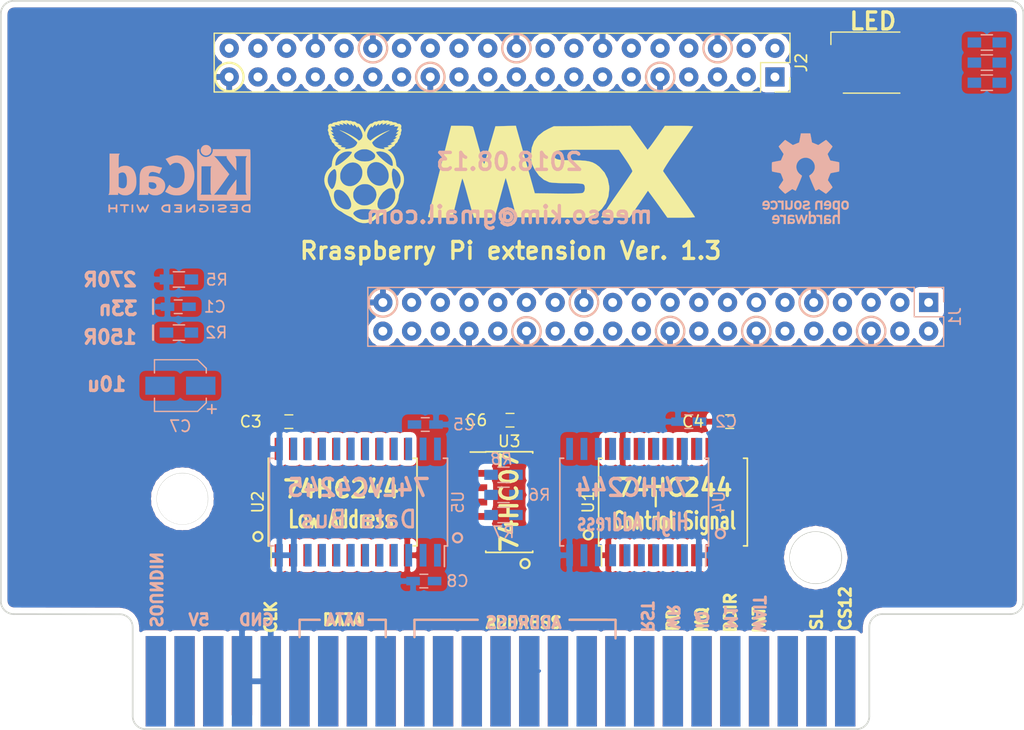
<source format=kicad_pcb>
(kicad_pcb (version 4) (host pcbnew 4.0.7)
  (layers (0 F.Cu mixed hide) (31 B.Cu mixed hide) (34 B.Paste user hide) (35 F.Paste user hide) (36 B.SilkS user) (37 F.SilkS user) (38 B.Mask user hide) (39 F.Mask user hide) (44 Edge.Cuts user))
  (net 0 "")
  (net 1 GND)
  (net 2 +5V)
  (net 3 /RD3)
  (net 4 /RD4)
  (net 5 /RD6)
  (net 6 /RD7)
  (net 7 /RD0)
  (net 8 /RD1)
  (net 9 /RD2)
  (net 10 /RD5)
  (net 11 /WAIT)
  (net 12 /INT)
  (net 13 /BUSDIR)
  (net 14 /IORQ)
  (net 15 /MREQ)
  (net 16 /WR)
  (net 17 /RD)
  (net 18 /RESET)
  (net 19 /A9)
  (net 20 /A15)
  (net 21 /A11)
  (net 22 /A10)
  (net 23 /A7)
  (net 24 /A6)
  (net 25 /A12)
  (net 26 /A8)
  (net 27 /A14)
  (net 28 /A13)
  (net 29 /A1)
  (net 30 /A0)
  (net 31 /A3)
  (net 32 /A2)
  (net 33 /A5)
  (net 34 /A4)
  (net 35 /D1)
  (net 36 /D0)
  (net 37 /D3)
  (net 38 /D2)
  (net 39 /D5)
  (net 40 /D4)
  (net 41 /D7)
  (net 42 /D6)
  (net 43 /CLK)
  (net 44 +3V3)
  (net 45 "Net-(P1-Pad5)")
  (net 46 "Net-(P1-Pad16)")
  (net 47 /RA8)
  (net 48 /RA10)
  (net 49 /RA11)
  (net 50 /RA15)
  (net 51 /RA12)
  (net 52 /RA9)
  (net 53 /RA13)
  (net 54 /RA14)
  (net 55 "Net-(P1-Pad1)")
  (net 56 "Net-(P1-Pad2)")
  (net 57 "Net-(P1-Pad3)")
  (net 58 /SLTSL)
  (net 59 "Net-(P1-Pad6)")
  (net 60 "Net-(P1-Pad44)")
  (net 61 "Net-(P1-Pad48)")
  (net 62 "Net-(P1-Pad50)")
  (net 63 /M1)
  (net 64 /RC17)
  (net 65 /RC18)
  (net 66 /RC27)
  (net 67 /RC23)
  (net 68 /RC24)
  (net 69 /RC25)
  (net 70 /RC19)
  (net 71 /RC16)
  (net 72 /RC26)
  (net 73 /RC20)
  (net 74 /SOUNDIN)
  (net 75 "Net-(D1-Pad4)")
  (net 76 "Net-(D1-Pad5)")
  (net 77 "Net-(D1-Pad6)")
  (net 78 /DAT_EN)
  (net 79 /DAT_DIR)
  (net 80 "Net-(U4-Pad8)")
  (net 81 "Net-(U4-Pad9)")
  (net 82 "Net-(U4-Pad12)")
  (net 83 /RC21)
  (net 84 /ADDR)
  (net 85 "Net-(J2-Pad2)")
  (net 86 "Net-(J2-Pad4)")
  (net 87 "Net-(C6-Pad1)")
  (net 88 /EXTRA)
  (net 89 "Net-(U3-Pad13)")
  (module MSX:card_edge_connector (layer F.Cu) (at 156.21 106.68)
    (fp_text reference P1 hide)
    (fp_text value CONN_02X25)
    (pad "" np_thru_hole circle (at 29.12364 -7.78256) (size 4.5 4.5) (drill 4.5) (layers *.Cu *.Mask F.SilkS) (clearance 0.5))
    (pad 1 connect rect (at 31.73984 3.14744) (size 1.8 8) (layers B.Cu B.Mask) (net 55 "Net-(P1-Pad1)"))
    (pad 2 connect rect (at 31.73984 3.14744) (size 1.8 8) (layers F.Cu F.Mask) (net 56 "Net-(P1-Pad2)"))
    (pad 3 connect rect (at 29.19984 3.14744) (size 1.8 8) (layers B.Cu B.Mask) (net 57 "Net-(P1-Pad3)"))
    (pad 4 connect rect (at 29.19984 3.14744) (size 1.8 8) (layers F.Cu F.Mask) (net 58 /SLTSL))
    (pad 5 connect rect (at 26.65984 3.14744) (size 1.8 8) (layers B.Cu B.Mask) (net 45 "Net-(P1-Pad5)"))
    (pad 6 connect rect (at 26.65984 3.14744) (size 1.8 8) (layers F.Cu F.Mask) (net 59 "Net-(P1-Pad6)"))
    (pad 7 connect rect (at 24.11984 3.14744) (size 1.8 8) (layers B.Cu B.Mask) (net 11 /WAIT))
    (pad 8 connect rect (at 24.11984 3.14744) (size 1.8 8) (layers F.Cu F.Mask) (net 12 /INT))
    (pad 9 connect rect (at 21.57984 3.14744) (size 1.8 8) (layers B.Cu B.Mask) (net 63 /M1))
    (pad 10 connect rect (at 21.57984 3.14744) (size 1.8 8) (layers F.Cu F.Mask) (net 13 /BUSDIR))
    (pad 11 connect rect (at 19.03984 3.14744) (size 1.8 8) (layers B.Cu B.Mask) (net 14 /IORQ))
    (pad 12 connect rect (at 19.03984 3.14744) (size 1.8 8) (layers F.Cu F.Mask) (net 15 /MREQ))
    (pad 13 connect rect (at 16.49984 3.14744) (size 1.8 8) (layers B.Cu B.Mask) (net 16 /WR))
    (pad 14 connect rect (at 16.49984 3.14744) (size 1.8 8) (layers F.Cu F.Mask) (net 17 /RD))
    (pad 15 connect rect (at 13.95984 3.14744) (size 1.8 8) (layers B.Cu B.Mask) (net 18 /RESET))
    (pad 16 connect rect (at 13.95984 3.14744) (size 1.8 8) (layers F.Cu F.Mask) (net 46 "Net-(P1-Pad16)"))
    (pad 17 connect rect (at 11.41984 3.14744) (size 1.8 8) (layers B.Cu B.Mask) (net 19 /A9))
    (pad 18 connect rect (at 11.41984 3.14744) (size 1.8 8) (layers F.Cu F.Mask) (net 20 /A15))
    (pad 19 connect rect (at 8.87984 3.14744) (size 1.8 8) (layers B.Cu B.Mask) (net 21 /A11))
    (pad 20 connect rect (at 8.87984 3.14744) (size 1.8 8) (layers F.Cu F.Mask) (net 22 /A10))
    (pad 21 connect rect (at 6.33984 3.14744) (size 1.8 8) (layers B.Cu B.Mask) (net 23 /A7))
    (pad 22 connect rect (at 6.33984 3.14744) (size 1.8 8) (layers F.Cu F.Mask) (net 24 /A6))
    (pad 23 connect rect (at 3.79984 3.14744) (size 1.8 8) (layers B.Cu B.Mask) (net 25 /A12))
    (pad 24 connect rect (at 3.79984 3.14744) (size 1.8 8) (layers F.Cu F.Mask) (net 26 /A8))
    (pad 25 connect rect (at 1.25984 3.14744) (size 1.8 8) (layers B.Cu B.Mask) (net 27 /A14))
    (pad 26 connect rect (at 1.25984 3.14744) (size 1.8 8) (layers F.Cu F.Mask) (net 28 /A13))
    (pad 27 connect rect (at -1.28016 3.14744) (size 1.8 8) (layers B.Cu B.Mask) (net 29 /A1))
    (pad 28 connect rect (at -1.28016 3.14744) (size 1.8 8) (layers F.Cu F.Mask) (net 30 /A0))
    (pad 29 connect rect (at -3.82016 3.14744) (size 1.8 8) (layers B.Cu B.Mask) (net 31 /A3))
    (pad 30 connect rect (at -3.82016 3.14744) (size 1.8 8) (layers F.Cu F.Mask) (net 32 /A2))
    (pad 31 connect rect (at -6.36016 3.14744) (size 1.8 8) (layers B.Cu B.Mask) (net 33 /A5))
    (pad 32 connect rect (at -6.36016 3.14744) (size 1.8 8) (layers F.Cu F.Mask) (net 34 /A4))
    (pad 33 connect rect (at -8.90016 3.14744) (size 1.8 8) (layers B.Cu B.Mask) (net 35 /D1))
    (pad 34 connect rect (at -8.90016 3.14744) (size 1.8 8) (layers F.Cu F.Mask) (net 36 /D0))
    (pad 35 connect rect (at -11.44016 3.14744) (size 1.8 8) (layers B.Cu B.Mask) (net 37 /D3))
    (pad 36 connect rect (at -11.44016 3.14744) (size 1.8 8) (layers F.Cu F.Mask) (net 38 /D2))
    (pad 37 connect rect (at -13.98016 3.14744) (size 1.8 8) (layers B.Cu B.Mask) (net 39 /D5))
    (pad 38 connect rect (at -13.98016 3.14744) (size 1.8 8) (layers F.Cu F.Mask) (net 40 /D4))
    (pad 39 connect rect (at -16.52016 3.14744) (size 1.8 8) (layers B.Cu B.Mask) (net 41 /D7))
    (pad 40 connect rect (at -16.52016 3.14744) (size 1.8 8) (layers F.Cu F.Mask) (net 42 /D6))
    (pad 41 connect rect (at -19.06016 3.14744) (size 1.8 8) (layers B.Cu B.Mask) (net 1 GND))
    (pad 42 connect rect (at -19.06016 3.14744) (size 1.8 8) (layers F.Cu F.Mask) (net 43 /CLK))
    (pad 43 connect rect (at -21.60016 3.14744) (size 1.8 8) (layers B.Cu B.Mask) (net 1 GND))
    (pad 44 connect rect (at -21.60524 2.65468) (size 1.8 7) (layers F.Cu F.Mask) (net 60 "Net-(P1-Pad44)"))
    (pad 45 connect rect (at -24.14016 3.14744) (size 1.8 8) (layers B.Cu B.Mask) (net 2 +5V))
    (pad 46 connect rect (at -24.14016 3.14744) (size 1.8 8) (layers F.Cu F.Mask) (net 60 "Net-(P1-Pad44)"))
    (pad 47 connect rect (at -26.68016 3.14744) (size 1.8 8) (layers B.Cu B.Mask) (net 2 +5V))
    (pad 48 connect rect (at -26.68016 3.14744) (size 1.8 8) (layers F.Cu F.Mask) (net 61 "Net-(P1-Pad48)"))
    (pad 49 connect rect (at -29.22016 3.14744) (size 1.8 8) (layers B.Cu B.Mask) (net 74 /SOUNDIN))
    (pad 50 connect rect (at -29.22016 3.14744) (size 1.8 8) (layers F.Cu F.Mask) (net 62 "Net-(P1-Pad50)"))
    (pad "" np_thru_hole circle (at -26.87574 -12.98448) (size 4.5 4.5) (drill 4.5) (layers *.Cu *.Mask F.SilkS) (clearance 0.5))
  )
  (module Socket_Strips:Socket_Strip_Straight_2x20_Pitch2.54mm (layer F.Cu) (at 181.737 56.388 270)
    (fp_text reference J2 (at -1.27 -2.33 270) (layer F.SilkS))
    (fp_text value RPi_GPIO)
    (pad 1 thru_hole rect (at 0 0 270) (size 1.7 1.7) (drill 0.78) (layers *.Cu *.Mask) (net 44 +3V3))
    (pad 2 thru_hole oval (at -2.54 0 270) (size 1.7 1.7) (drill 0.78) (layers *.Cu *.Mask) (net 85 "Net-(J2-Pad2)"))
    (pad 3 thru_hole oval (at 0 2.54 270) (size 1.7 1.7) (drill 0.78) (layers *.Cu *.Mask) (net 9 /RD2))
    (pad 4 thru_hole oval (at -2.54 2.54 270) (size 1.7 1.7) (drill 0.78) (layers *.Cu *.Mask) (net 86 "Net-(J2-Pad4)"))
    (pad 5 thru_hole oval (at 0 5.08 270) (size 1.7 1.7) (drill 0.78) (layers *.Cu *.Mask) (net 3 /RD3))
    (pad 6 thru_hole oval (at -2.54 5.08 270) (size 1.7 1.7) (drill 0.78) (layers *.Cu *.Mask) (net 1 GND))
    (pad 7 thru_hole oval (at 0 7.62 270) (size 1.7 1.7) (drill 0.78) (layers *.Cu *.Mask) (net 4 /RD4))
    (pad 8 thru_hole oval (at -2.54 7.62 270) (size 1.7 1.7) (drill 0.78) (layers *.Cu *.Mask) (net 54 /RA14))
    (pad 9 thru_hole oval (at 0 10.16 270) (size 1.7 1.7) (drill 0.78) (layers *.Cu *.Mask) (net 1 GND))
    (pad 10 thru_hole oval (at -2.54 10.16 270) (size 1.7 1.7) (drill 0.78) (layers *.Cu *.Mask) (net 50 /RA15))
    (pad 11 thru_hole oval (at 0 12.7 270) (size 1.7 1.7) (drill 0.78) (layers *.Cu *.Mask) (net 64 /RC17))
    (pad 12 thru_hole oval (at -2.54 12.7 270) (size 1.7 1.7) (drill 0.78) (layers *.Cu *.Mask) (net 65 /RC18))
    (pad 13 thru_hole oval (at 0 15.24 270) (size 1.7 1.7) (drill 0.78) (layers *.Cu *.Mask) (net 66 /RC27))
    (pad 14 thru_hole oval (at -2.54 15.24 270) (size 1.7 1.7) (drill 0.78) (layers *.Cu *.Mask) (net 1 GND))
    (pad 15 thru_hole oval (at 0 17.78 270) (size 1.7 1.7) (drill 0.78) (layers *.Cu *.Mask) (net 84 /ADDR))
    (pad 16 thru_hole oval (at -2.54 17.78 270) (size 1.7 1.7) (drill 0.78) (layers *.Cu *.Mask) (net 67 /RC23))
    (pad 17 thru_hole oval (at 0 20.32 270) (size 1.7 1.7) (drill 0.78) (layers *.Cu *.Mask) (net 44 +3V3))
    (pad 18 thru_hole oval (at -2.54 20.32 270) (size 1.7 1.7) (drill 0.78) (layers *.Cu *.Mask) (net 68 /RC24))
    (pad 19 thru_hole oval (at 0 22.86 270) (size 1.7 1.7) (drill 0.78) (layers *.Cu *.Mask) (net 48 /RA10))
    (pad 20 thru_hole oval (at -2.54 22.86 270) (size 1.7 1.7) (drill 0.78) (layers *.Cu *.Mask) (net 1 GND))
    (pad 21 thru_hole oval (at 0 25.4 270) (size 1.7 1.7) (drill 0.78) (layers *.Cu *.Mask) (net 52 /RA9))
    (pad 22 thru_hole oval (at -2.54 25.4 270) (size 1.7 1.7) (drill 0.78) (layers *.Cu *.Mask) (net 69 /RC25))
    (pad 23 thru_hole oval (at 0 27.94 270) (size 1.7 1.7) (drill 0.78) (layers *.Cu *.Mask) (net 49 /RA11))
    (pad 24 thru_hole oval (at -2.54 27.94 270) (size 1.7 1.7) (drill 0.78) (layers *.Cu *.Mask) (net 47 /RA8))
    (pad 25 thru_hole oval (at 0 30.48 270) (size 1.7 1.7) (drill 0.78) (layers *.Cu *.Mask) (net 1 GND))
    (pad 26 thru_hole oval (at -2.54 30.48 270) (size 1.7 1.7) (drill 0.78) (layers *.Cu *.Mask) (net 6 /RD7))
    (pad 27 thru_hole oval (at 0 33.02 270) (size 1.7 1.7) (drill 0.78) (layers *.Cu *.Mask) (net 7 /RD0))
    (pad 28 thru_hole oval (at -2.54 33.02 270) (size 1.7 1.7) (drill 0.78) (layers *.Cu *.Mask) (net 8 /RD1))
    (pad 29 thru_hole oval (at 0 35.56 270) (size 1.7 1.7) (drill 0.78) (layers *.Cu *.Mask) (net 10 /RD5))
    (pad 30 thru_hole oval (at -2.54 35.56 270) (size 1.7 1.7) (drill 0.78) (layers *.Cu *.Mask) (net 1 GND))
    (pad 31 thru_hole oval (at 0 38.1 270) (size 1.7 1.7) (drill 0.78) (layers *.Cu *.Mask) (net 5 /RD6))
    (pad 32 thru_hole oval (at -2.54 38.1 270) (size 1.7 1.7) (drill 0.78) (layers *.Cu *.Mask) (net 51 /RA12))
    (pad 33 thru_hole oval (at 0 40.64 270) (size 1.7 1.7) (drill 0.78) (layers *.Cu *.Mask) (net 53 /RA13))
    (pad 34 thru_hole oval (at -2.54 40.64 270) (size 1.7 1.7) (drill 0.78) (layers *.Cu *.Mask) (net 1 GND))
    (pad 35 thru_hole oval (at 0 43.18 270) (size 1.7 1.7) (drill 0.78) (layers *.Cu *.Mask) (net 70 /RC19))
    (pad 36 thru_hole oval (at -2.54 43.18 270) (size 1.7 1.7) (drill 0.78) (layers *.Cu *.Mask) (net 71 /RC16))
    (pad 37 thru_hole oval (at 0 45.72 270) (size 1.7 1.7) (drill 0.78) (layers *.Cu *.Mask) (net 72 /RC26))
    (pad 38 thru_hole oval (at -2.54 45.72 270) (size 1.7 1.7) (drill 0.78) (layers *.Cu *.Mask) (net 73 /RC20))
    (pad 39 thru_hole oval (at 0 48.26 270) (size 1.7 1.7) (drill 0.78) (layers *.Cu *.Mask) (net 1 GND))
    (pad 40 thru_hole oval (at -2.54 48.26 270) (size 1.7 1.7) (drill 0.78) (layers *.Cu *.Mask) (net 83 /RC21))
  )
  (module Socket_Strips:Socket_Strip_Straight_2x20_Pitch2.54mm (layer B.Cu) (at 195.326 76.327 90)
    (fp_text reference J1 (at -1.27 2.33 90) (layer B.SilkS) (effects (justify mirror)))
    (fp_text value RPi_GPIO)
    (pad 1 thru_hole rect (at 0 0 90) (size 1.7 1.7) (drill 0.78) (layers *.Cu *.Mask) (net 44 +3V3))
    (pad 2 thru_hole oval (at -2.54 0 90) (size 1.7 1.7) (drill 0.78) (layers *.Cu *.Mask) (net 2 +5V))
    (pad 3 thru_hole oval (at 0 -2.54 90) (size 1.7 1.7) (drill 0.78) (layers *.Cu *.Mask) (net 9 /RD2))
    (pad 4 thru_hole oval (at -2.54 -2.54 90) (size 1.7 1.7) (drill 0.78) (layers *.Cu *.Mask) (net 2 +5V))
    (pad 5 thru_hole oval (at 0 -5.08 90) (size 1.7 1.7) (drill 0.78) (layers *.Cu *.Mask) (net 3 /RD3))
    (pad 6 thru_hole oval (at -2.54 -5.08 90) (size 1.7 1.7) (drill 0.78) (layers *.Cu *.Mask) (net 1 GND))
    (pad 7 thru_hole oval (at 0 -7.62 90) (size 1.7 1.7) (drill 0.78) (layers *.Cu *.Mask) (net 4 /RD4))
    (pad 8 thru_hole oval (at -2.54 -7.62 90) (size 1.7 1.7) (drill 0.78) (layers *.Cu *.Mask) (net 54 /RA14))
    (pad 9 thru_hole oval (at 0 -10.16 90) (size 1.7 1.7) (drill 0.78) (layers *.Cu *.Mask) (net 1 GND))
    (pad 10 thru_hole oval (at -2.54 -10.16 90) (size 1.7 1.7) (drill 0.78) (layers *.Cu *.Mask) (net 50 /RA15))
    (pad 11 thru_hole oval (at 0 -12.7 90) (size 1.7 1.7) (drill 0.78) (layers *.Cu *.Mask) (net 64 /RC17))
    (pad 12 thru_hole oval (at -2.54 -12.7 90) (size 1.7 1.7) (drill 0.78) (layers *.Cu *.Mask) (net 65 /RC18))
    (pad 13 thru_hole oval (at 0 -15.24 90) (size 1.7 1.7) (drill 0.9) (layers *.Cu *.Mask) (net 66 /RC27))
    (pad 14 thru_hole oval (at -2.54 -15.24 90) (size 1.7 1.7) (drill 0.78) (layers *.Cu *.Mask) (net 1 GND))
    (pad 15 thru_hole oval (at 0 -17.78 90) (size 1.7 1.7) (drill 0.78) (layers *.Cu *.Mask) (net 84 /ADDR))
    (pad 16 thru_hole oval (at -2.54 -17.78 90) (size 1.7 1.7) (drill 0.78) (layers *.Cu *.Mask) (net 67 /RC23))
    (pad 17 thru_hole oval (at 0 -20.32 90) (size 1.7 1.7) (drill 0.78) (layers *.Cu *.Mask) (net 44 +3V3))
    (pad 18 thru_hole oval (at -2.54 -20.32 90) (size 1.7 1.7) (drill 0.78) (layers *.Cu *.Mask) (net 68 /RC24))
    (pad 19 thru_hole oval (at 0 -22.86 90) (size 1.7 1.7) (drill 0.78) (layers *.Cu *.Mask) (net 48 /RA10))
    (pad 20 thru_hole oval (at -2.54 -22.86 90) (size 1.7 1.7) (drill 0.78) (layers *.Cu *.Mask) (net 1 GND))
    (pad 21 thru_hole oval (at 0 -25.4 90) (size 1.7 1.7) (drill 0.78) (layers *.Cu *.Mask) (net 52 /RA9))
    (pad 22 thru_hole oval (at -2.54 -25.4 90) (size 1.7 1.7) (drill 0.78) (layers *.Cu *.Mask) (net 69 /RC25))
    (pad 23 thru_hole oval (at 0 -27.94 90) (size 1.7 1.7) (drill 0.78) (layers *.Cu *.Mask) (net 49 /RA11))
    (pad 24 thru_hole oval (at -2.54 -27.94 90) (size 1.7 1.7) (drill 0.78) (layers *.Cu *.Mask) (net 47 /RA8))
    (pad 25 thru_hole oval (at 0 -30.48 90) (size 1.7 1.7) (drill 0.78) (layers *.Cu *.Mask) (net 1 GND))
    (pad 26 thru_hole oval (at -2.54 -30.48 90) (size 1.7 1.7) (drill 0.78) (layers *.Cu *.Mask) (net 6 /RD7))
    (pad 27 thru_hole oval (at 0 -33.02 90) (size 1.7 1.7) (drill 0.78) (layers *.Cu *.Mask) (net 7 /RD0))
    (pad 28 thru_hole oval (at -2.54 -33.02 90) (size 1.7 1.7) (drill 0.78) (layers *.Cu *.Mask) (net 8 /RD1))
    (pad 29 thru_hole oval (at 0 -35.56 90) (size 1.7 1.7) (drill 0.78) (layers *.Cu *.Mask) (net 10 /RD5))
    (pad 30 thru_hole oval (at -2.54 -35.56 90) (size 1.7 1.7) (drill 0.78) (layers *.Cu *.Mask) (net 1 GND))
    (pad 31 thru_hole oval (at 0 -38.1 90) (size 1.7 1.7) (drill 0.78) (layers *.Cu *.Mask) (net 5 /RD6))
    (pad 32 thru_hole oval (at -2.54 -38.1 90) (size 1.7 1.7) (drill 0.78) (layers *.Cu *.Mask) (net 51 /RA12))
    (pad 33 thru_hole oval (at 0 -40.64 90) (size 1.7 1.7) (drill 0.78) (layers *.Cu *.Mask) (net 53 /RA13))
    (pad 34 thru_hole oval (at -2.54 -40.64 90) (size 1.7 1.7) (drill 0.78) (layers *.Cu *.Mask) (net 1 GND))
    (pad 35 thru_hole oval (at 0 -43.18 90) (size 1.7 1.7) (drill 0.78) (layers *.Cu *.Mask) (net 70 /RC19))
    (pad 36 thru_hole oval (at -2.54 -43.18 90) (size 1.7 1.7) (drill 0.78) (layers *.Cu *.Mask) (net 71 /RC16))
    (pad 37 thru_hole oval (at 0 -45.72 90) (size 1.7 1.7) (drill 0.78) (layers *.Cu *.Mask) (net 72 /RC26))
    (pad 38 thru_hole oval (at -2.54 -45.72 90) (size 1.7 1.7) (drill 0.78) (layers *.Cu *.Mask) (net 73 /RC20))
    (pad 39 thru_hole oval (at 0 -48.26 90) (size 1.7 1.7) (drill 0.78) (layers *.Cu *.Mask) (net 1 GND))
    (pad 40 thru_hole oval (at -2.54 -48.26 90) (size 1.7 1.7) (drill 0.78) (layers *.Cu *.Mask) (net 83 /RC21))
  )
  (module MSX:msx-logo (layer F.Cu) (at 162.814 64.77)
    (fp_text reference G*** hide)
    (fp_text value LOGO hide)
  )
  (module Resistors_SMD:R_0603_HandSoldering (layer B.Cu) (at 200.474 53.34 180)
    (fp_text reference R1 hide)
    (fp_text value R hide)
    (pad 1 smd rect (at -1.1 0 180) (size 1.2 0.9) (layers B.Cu B.Paste B.Mask) (net 77 "Net-(D1-Pad6)"))
    (pad 2 smd rect (at 1.1 0 180) (size 1.2 0.9) (layers B.Cu B.Paste B.Mask) (net 44 +3V3))
  )
  (module Resistors_SMD:R_0603_HandSoldering (layer B.Cu) (at 129.032 78.994 180)
    (fp_text reference R2 (at -3.302 0 180) (layer B.SilkS) (effects (justify mirror)))
    (fp_text value R)
    (pad 1 smd rect (at -1.1 0 180) (size 1.2 0.9) (layers B.Cu B.Paste B.Mask) (net 76 "Net-(D1-Pad5)"))
    (pad 2 smd rect (at 1.1 0 180) (size 1.2 0.9) (layers B.Cu B.Paste B.Mask) (net 44 +3V3))
  )
  (module Capacitors_SMD:C_0603_HandSoldering (layer F.Cu) (at 138.75 86.868)
    (fp_text reference C3 (at -3.368 0) (layer F.SilkS))
    (fp_text value C)
    (pad 1 smd rect (at -0.95 0) (size 1.2 0.75) (layers F.Cu F.Paste F.Mask) (net 44 +3V3))
    (pad 2 smd rect (at 0.95 0) (size 1.2 0.75) (layers F.Cu F.Paste F.Mask) (net 1 GND))
  )
  (module Capacitors_SMD:C_0603_HandSoldering (layer F.Cu) (at 177.734 86.868 180)
    (fp_text reference C4 (at 3.236 0 180) (layer F.SilkS))
    (fp_text value C)
    (pad 1 smd rect (at -0.95 0 180) (size 1.2 0.75) (layers F.Cu F.Paste F.Mask) (net 44 +3V3))
    (pad 2 smd rect (at 0.95 0 180) (size 1.2 0.75) (layers F.Cu F.Paste F.Mask) (net 1 GND))
  )
  (module Capacitors_SMD:C_0603_HandSoldering (layer B.Cu) (at 150.815 87.122)
    (fp_text reference C5 (at 3.429 0) (layer B.SilkS) (effects (justify mirror)))
    (fp_text value C)
    (pad 1 smd rect (at -0.95 0) (size 1.2 0.75) (layers B.Cu B.Paste B.Mask) (net 44 +3V3))
    (pad 2 smd rect (at 0.95 0) (size 1.2 0.75) (layers B.Cu B.Paste B.Mask) (net 1 GND))
  )
  (module Capacitors_SMD:C_0603_HandSoldering (layer F.Cu) (at 158.308 86.741 180)
    (fp_text reference C6 (at 2.987 0 180) (layer F.SilkS))
    (fp_text value C)
    (pad 1 smd rect (at -0.95 0 180) (size 1.2 0.75) (layers F.Cu F.Paste F.Mask) (net 87 "Net-(C6-Pad1)"))
    (pad 2 smd rect (at 0.95 0 180) (size 1.2 0.75) (layers F.Cu F.Paste F.Mask) (net 1 GND))
  )
  (module LEDs:LED_RGB_5050-6 (layer F.Cu) (at 190.284 55.118)
    (fp_text reference D1 hide)
    (fp_text value LED_RGB)
    (pad 1 smd rect (at -2.4 -1.7 90) (size 1.1 2) (layers F.Cu F.Paste F.Mask) (net 78 /DAT_EN))
    (pad 2 smd rect (at -2.4 0 90) (size 1.1 2) (layers F.Cu F.Paste F.Mask) (net 58 /SLTSL))
    (pad 3 smd rect (at -2.4 1.7 90) (size 1.1 2) (layers F.Cu F.Paste F.Mask) (net 79 /DAT_DIR))
    (pad 4 smd rect (at 2.4 1.7 90) (size 1.1 2) (layers F.Cu F.Paste F.Mask) (net 75 "Net-(D1-Pad4)"))
    (pad 5 smd rect (at 2.4 0 90) (size 1.1 2) (layers F.Cu F.Paste F.Mask) (net 76 "Net-(D1-Pad5)"))
    (pad 6 smd rect (at 2.4 -1.7 90) (size 1.1 2) (layers F.Cu F.Paste F.Mask) (net 77 "Net-(D1-Pad6)"))
  )
  (module Resistors_SMD:R_0603_HandSoldering (layer B.Cu) (at 200.474 55.118 180)
    (fp_text reference R3 hide)
    (fp_text value R hide)
    (pad 1 smd rect (at -1.1 0 180) (size 1.2 0.9) (layers B.Cu B.Paste B.Mask) (net 75 "Net-(D1-Pad4)"))
    (pad 2 smd rect (at 1.1 0 180) (size 1.2 0.9) (layers B.Cu B.Paste B.Mask) (net 44 +3V3))
  )
  (module Resistors_SMD:R_0603_HandSoldering (layer B.Cu) (at 200.474 56.896 180)
    (fp_text reference R4 hide)
    (fp_text value R)
    (pad 1 smd rect (at -1.1 0 180) (size 1.2 0.9) (layers B.Cu B.Paste B.Mask) (net 65 /RC18))
    (pad 2 smd rect (at 1.1 0 180) (size 1.2 0.9) (layers B.Cu B.Paste B.Mask) (net 87 "Net-(C6-Pad1)"))
  )
  (module Resistors_SMD:R_0603_HandSoldering (layer B.Cu) (at 129.032 74.295 180)
    (fp_text reference R5 (at -3.3528 -0.0254 180) (layer B.SilkS) (effects (justify mirror)))
    (fp_text value R)
    (pad 1 smd rect (at -1.1 0 180) (size 1.2 0.9) (layers B.Cu B.Paste B.Mask) (net 87 "Net-(C6-Pad1)"))
    (pad 2 smd rect (at 1.1 0 180) (size 1.2 0.9) (layers B.Cu B.Paste B.Mask) (net 1 GND))
  )
  (module msx:raspberry_pi_logo (layer F.Cu) (at 145.415 64.77)
    (fp_text reference G1 hide)
    (fp_text value LOGO hide)
  )
  (module Symbols:KiCad-Logo2_6mm_SilkScreen (layer B.Cu) (at 129.0828 65.3796 180)
    (fp_text reference REF3 hide)
    (fp_text value KiCad-Logo2_6mm_SilkScreen hide)
  )
  (module Symbols:OSHW-Logo_7.5x8mm_SilkScreen (layer B.Cu) (at 184.4548 65.3796 180)
    (fp_text reference REF2 hide)
    (fp_text value OSHW-Logo_7.5x8mm_SilkScreen hide)
  )
  (module Housings_SOIC:SOIC-20W_7.5x12.8mm_Pitch1.27mm (layer B.Cu) (at 169.291 93.98 90)
    (fp_text reference U4 (at 0 7.5 90) (layer B.SilkS) (effects (justify mirror)))
    (fp_text value 74HC244)
    (pad 1 smd rect (at -4.7 5.715 90) (size 1.95 0.6) (layers B.Cu B.Paste B.Mask) (net 1 GND))
    (pad 2 smd rect (at -4.7 4.445 90) (size 1.95 0.6) (layers B.Cu B.Paste B.Mask) (net 18 /RESET))
    (pad 3 smd rect (at -4.7 3.175 90) (size 1.95 0.6) (layers B.Cu B.Paste B.Mask) (net 70 /RC19))
    (pad 4 smd rect (at -4.7 1.905 90) (size 1.95 0.6) (layers B.Cu B.Paste B.Mask) (net 16 /WR))
    (pad 5 smd rect (at -4.7 0.635 90) (size 1.95 0.6) (layers B.Cu B.Paste B.Mask) (net 72 /RC26))
    (pad 6 smd rect (at -4.7 -0.635 90) (size 1.95 0.6) (layers B.Cu B.Paste B.Mask) (net 17 /RD))
    (pad 7 smd rect (at -4.7 -1.905 90) (size 1.95 0.6) (layers B.Cu B.Paste B.Mask) (net 64 /RC17))
    (pad 8 smd rect (at -4.7 -3.175 90) (size 1.95 0.6) (layers B.Cu B.Paste B.Mask) (net 80 "Net-(U4-Pad8)"))
    (pad 9 smd rect (at -4.7 -4.445 90) (size 1.95 0.6) (layers B.Cu B.Paste B.Mask) (net 81 "Net-(U4-Pad9)"))
    (pad 10 smd rect (at -4.7 -5.715 90) (size 1.95 0.6) (layers B.Cu B.Paste B.Mask) (net 1 GND))
    (pad 11 smd rect (at 4.7 -5.715 90) (size 1.95 0.6) (layers B.Cu B.Paste B.Mask) (net 63 /M1))
    (pad 12 smd rect (at 4.7 -4.445 90) (size 1.95 0.6) (layers B.Cu B.Paste B.Mask) (net 82 "Net-(U4-Pad12)"))
    (pad 13 smd rect (at 4.7 -3.175 90) (size 1.95 0.6) (layers B.Cu B.Paste B.Mask) (net 58 /SLTSL))
    (pad 14 smd rect (at 4.7 -1.905 90) (size 1.95 0.6) (layers B.Cu B.Paste B.Mask) (net 73 /RC20))
    (pad 15 smd rect (at 4.7 -0.635 90) (size 1.95 0.6) (layers B.Cu B.Paste B.Mask) (net 15 /MREQ))
    (pad 16 smd rect (at 4.7 0.635 90) (size 1.95 0.6) (layers B.Cu B.Paste B.Mask) (net 66 /RC27))
    (pad 17 smd rect (at 4.7 1.905 90) (size 1.95 0.6) (layers B.Cu B.Paste B.Mask) (net 14 /IORQ))
    (pad 18 smd rect (at 4.7 3.175 90) (size 1.95 0.6) (layers B.Cu B.Paste B.Mask) (net 71 /RC16))
    (pad 19 smd rect (at 4.7 4.445 90) (size 1.95 0.6) (layers B.Cu B.Paste B.Mask) (net 1 GND))
    (pad 20 smd rect (at 4.7 5.715 90) (size 1.95 0.6) (layers B.Cu B.Paste B.Mask) (net 44 +3V3))
  )
  (module Resistors_SMD:R_0603_HandSoldering (layer B.Cu) (at 157.734 95.123 180)
    (fp_text reference R6 (at -3.175 1.778 180) (layer B.SilkS) (effects (justify mirror)))
    (fp_text value R)
    (pad 1 smd rect (at -1.1 0 180) (size 1.2 0.9) (layers B.Cu B.Paste B.Mask) (net 44 +3V3))
    (pad 2 smd rect (at 1.1 0 180) (size 1.2 0.9) (layers B.Cu B.Paste B.Mask) (net 78 /DAT_EN))
  )
  (module Resistors_SMD:R_0603_HandSoldering (layer B.Cu) (at 157.734 93.345)
    (fp_text reference R7 (at 0 3.302) (layer B.SilkS) (effects (justify mirror)))
    (fp_text value R)
    (pad 1 smd rect (at -1.1 0) (size 1.2 0.9) (layers B.Cu B.Paste B.Mask) (net 44 +3V3))
    (pad 2 smd rect (at 1.1 0) (size 1.2 0.9) (layers B.Cu B.Paste B.Mask) (net 79 /DAT_DIR))
  )
  (module Housings_SOIC:SOIC-24W_7.5x15.4mm_Pitch1.27mm (layer B.Cu) (at 144.907 93.981 90)
    (fp_text reference U5 (at 0 8.8 90) (layer B.SilkS) (effects (justify mirror)))
    (fp_text value LVC4245)
    (pad 1 smd rect (at -4.7 6.985 90) (size 2 0.6) (layers B.Cu B.Paste B.Mask) (net 2 +5V))
    (pad 2 smd rect (at -4.7 5.715 90) (size 2 0.6) (layers B.Cu B.Paste B.Mask) (net 79 /DAT_DIR))
    (pad 3 smd rect (at -4.7 4.445 90) (size 2 0.6) (layers B.Cu B.Paste B.Mask) (net 35 /D1))
    (pad 4 smd rect (at -4.7 3.175 90) (size 2 0.6) (layers B.Cu B.Paste B.Mask) (net 36 /D0))
    (pad 5 smd rect (at -4.7 1.905 90) (size 2 0.6) (layers B.Cu B.Paste B.Mask) (net 37 /D3))
    (pad 6 smd rect (at -4.7 0.635 90) (size 2 0.6) (layers B.Cu B.Paste B.Mask) (net 38 /D2))
    (pad 7 smd rect (at -4.7 -0.635 90) (size 2 0.6) (layers B.Cu B.Paste B.Mask) (net 39 /D5))
    (pad 8 smd rect (at -4.7 -1.905 90) (size 2 0.6) (layers B.Cu B.Paste B.Mask) (net 40 /D4))
    (pad 9 smd rect (at -4.7 -3.175 90) (size 2 0.6) (layers B.Cu B.Paste B.Mask) (net 41 /D7))
    (pad 10 smd rect (at -4.7 -4.445 90) (size 2 0.6) (layers B.Cu B.Paste B.Mask) (net 42 /D6))
    (pad 11 smd rect (at -4.7 -5.715 90) (size 2 0.6) (layers B.Cu B.Paste B.Mask) (net 1 GND))
    (pad 12 smd rect (at -4.7 -6.985 90) (size 2 0.6) (layers B.Cu B.Paste B.Mask) (net 1 GND))
    (pad 13 smd rect (at 4.7 -6.985 90) (size 2 0.6) (layers B.Cu B.Paste B.Mask) (net 1 GND))
    (pad 14 smd rect (at 4.7 -5.715 90) (size 2 0.6) (layers B.Cu B.Paste B.Mask) (net 5 /RD6))
    (pad 15 smd rect (at 4.7 -4.445 90) (size 2 0.6) (layers B.Cu B.Paste B.Mask) (net 6 /RD7))
    (pad 16 smd rect (at 4.7 -3.175 90) (size 2 0.6) (layers B.Cu B.Paste B.Mask) (net 4 /RD4))
    (pad 17 smd rect (at 4.7 -1.905 90) (size 2 0.6) (layers B.Cu B.Paste B.Mask) (net 10 /RD5))
    (pad 18 smd rect (at 4.7 -0.635 90) (size 2 0.6) (layers B.Cu B.Paste B.Mask) (net 9 /RD2))
    (pad 19 smd rect (at 4.7 0.635 90) (size 2 0.6) (layers B.Cu B.Paste B.Mask) (net 3 /RD3))
    (pad 20 smd rect (at 4.7 1.905 90) (size 2 0.6) (layers B.Cu B.Paste B.Mask) (net 7 /RD0))
    (pad 21 smd rect (at 4.7 3.175 90) (size 2 0.6) (layers B.Cu B.Paste B.Mask) (net 8 /RD1))
    (pad 22 smd rect (at 4.7 4.445 90) (size 2 0.6) (layers B.Cu B.Paste B.Mask) (net 78 /DAT_EN))
    (pad 23 smd rect (at 4.7 5.715 90) (size 2 0.6) (layers B.Cu B.Paste B.Mask) (net 44 +3V3))
    (pad 24 smd rect (at 4.7 6.985 90) (size 2 0.6) (layers B.Cu B.Paste B.Mask) (net 44 +3V3))
  )
  (module Housings_SOIC:SOIC-20W_7.5x12.8mm_Pitch1.27mm (layer F.Cu) (at 143.51 93.98 90)
    (fp_text reference U2 (at 0 -7.5 90) (layer F.SilkS))
    (fp_text value 74HC244)
    (pad 1 smd rect (at -4.7 -5.715 90) (size 1.95 0.6) (layers F.Cu F.Paste F.Mask) (net 84 /ADDR))
    (pad 2 smd rect (at -4.7 -4.445 90) (size 1.95 0.6) (layers F.Cu F.Paste F.Mask) (net 24 /A6))
    (pad 3 smd rect (at -4.7 -3.175 90) (size 1.95 0.6) (layers F.Cu F.Paste F.Mask) (net 9 /RD2))
    (pad 4 smd rect (at -4.7 -1.905 90) (size 1.95 0.6) (layers F.Cu F.Paste F.Mask) (net 23 /A7))
    (pad 5 smd rect (at -4.7 -0.635 90) (size 1.95 0.6) (layers F.Cu F.Paste F.Mask) (net 3 /RD3))
    (pad 6 smd rect (at -4.7 0.635 90) (size 1.95 0.6) (layers F.Cu F.Paste F.Mask) (net 34 /A4))
    (pad 7 smd rect (at -4.7 1.905 90) (size 1.95 0.6) (layers F.Cu F.Paste F.Mask) (net 7 /RD0))
    (pad 8 smd rect (at -4.7 3.175 90) (size 1.95 0.6) (layers F.Cu F.Paste F.Mask) (net 33 /A5))
    (pad 9 smd rect (at -4.7 4.445 90) (size 1.95 0.6) (layers F.Cu F.Paste F.Mask) (net 8 /RD1))
    (pad 10 smd rect (at -4.7 5.715 90) (size 1.95 0.6) (layers F.Cu F.Paste F.Mask) (net 1 GND))
    (pad 11 smd rect (at 4.7 5.715 90) (size 1.95 0.6) (layers F.Cu F.Paste F.Mask) (net 29 /A1))
    (pad 12 smd rect (at 4.7 4.445 90) (size 1.95 0.6) (layers F.Cu F.Paste F.Mask) (net 10 /RD5))
    (pad 13 smd rect (at 4.7 3.175 90) (size 1.95 0.6) (layers F.Cu F.Paste F.Mask) (net 30 /A0))
    (pad 14 smd rect (at 4.7 1.905 90) (size 1.95 0.6) (layers F.Cu F.Paste F.Mask) (net 4 /RD4))
    (pad 15 smd rect (at 4.7 0.635 90) (size 1.95 0.6) (layers F.Cu F.Paste F.Mask) (net 31 /A3))
    (pad 16 smd rect (at 4.7 -0.635 90) (size 1.95 0.6) (layers F.Cu F.Paste F.Mask) (net 6 /RD7))
    (pad 17 smd rect (at 4.7 -1.905 90) (size 1.95 0.6) (layers F.Cu F.Paste F.Mask) (net 32 /A2))
    (pad 18 smd rect (at 4.7 -3.175 90) (size 1.95 0.6) (layers F.Cu F.Paste F.Mask) (net 5 /RD6))
    (pad 19 smd rect (at 4.7 -4.445 90) (size 1.95 0.6) (layers F.Cu F.Paste F.Mask) (net 84 /ADDR))
    (pad 20 smd rect (at 4.7 -5.715 90) (size 1.95 0.6) (layers F.Cu F.Paste F.Mask) (net 44 +3V3))
  )
  (module Housings_SOIC:SOIC-14_3.9x8.7mm_Pitch1.27mm (layer F.Cu) (at 158.242 93.98)
    (fp_text reference U3 (at 0 -5.375) (layer F.SilkS))
    (fp_text value 74LS07)
    (pad 1 smd rect (at -2.7 -3.81) (size 1.5 0.6) (layers F.Cu F.Paste F.Mask) (net 67 /RC23))
    (pad 2 smd rect (at -2.7 -2.54) (size 1.5 0.6) (layers F.Cu F.Paste F.Mask) (net 12 /INT))
    (pad 3 smd rect (at -2.7 -1.27) (size 1.5 0.6) (layers F.Cu F.Paste F.Mask) (net 83 /RC21))
    (pad 4 smd rect (at -2.7 0) (size 1.5 0.6) (layers F.Cu F.Paste F.Mask) (net 13 /BUSDIR))
    (pad 5 smd rect (at -2.7 1.27) (size 1.5 0.6) (layers F.Cu F.Paste F.Mask) (net 84 /ADDR))
    (pad 6 smd rect (at -2.7 2.54) (size 1.5 0.6) (layers F.Cu F.Paste F.Mask) (net 78 /DAT_EN))
    (pad 7 smd rect (at -2.7 3.81) (size 1.5 0.6) (layers F.Cu F.Paste F.Mask) (net 1 GND))
    (pad 8 smd rect (at 2.7 3.81) (size 1.5 0.6) (layers F.Cu F.Paste F.Mask) (net 11 /WAIT))
    (pad 9 smd rect (at 2.7 2.54) (size 1.5 0.6) (layers F.Cu F.Paste F.Mask) (net 68 /RC24))
    (pad 10 smd rect (at 2.7 1.27) (size 1.5 0.6) (layers F.Cu F.Paste F.Mask) (net 79 /DAT_DIR))
    (pad 11 smd rect (at 2.7 0) (size 1.5 0.6) (layers F.Cu F.Paste F.Mask) (net 69 /RC25))
    (pad 12 smd rect (at 2.7 -1.27) (size 1.5 0.6) (layers F.Cu F.Paste F.Mask) (net 88 /EXTRA))
    (pad 13 smd rect (at 2.7 -2.54) (size 1.5 0.6) (layers F.Cu F.Paste F.Mask) (net 89 "Net-(U3-Pad13)"))
    (pad 14 smd rect (at 2.7 -3.81) (size 1.5 0.6) (layers F.Cu F.Paste F.Mask) (net 44 +3V3))
  )
  (module Housings_SOIC:SOIC-20W_7.5x12.8mm_Pitch1.27mm (layer F.Cu) (at 172.72 93.98 90)
    (fp_text reference U1 (at 0 -7.5 90) (layer F.SilkS))
    (fp_text value 74HC244)
    (pad 1 smd rect (at -4.7 -5.715 90) (size 1.95 0.6) (layers F.Cu F.Paste F.Mask) (net 1 GND))
    (pad 2 smd rect (at -4.7 -4.445 90) (size 1.95 0.6) (layers F.Cu F.Paste F.Mask) (net 25 /A12))
    (pad 3 smd rect (at -4.7 -3.175 90) (size 1.95 0.6) (layers F.Cu F.Paste F.Mask) (net 47 /RA8))
    (pad 4 smd rect (at -4.7 -1.905 90) (size 1.95 0.6) (layers F.Cu F.Paste F.Mask) (net 28 /A13))
    (pad 5 smd rect (at -4.7 -0.635 90) (size 1.95 0.6) (layers F.Cu F.Paste F.Mask) (net 52 /RA9))
    (pad 6 smd rect (at -4.7 0.635 90) (size 1.95 0.6) (layers F.Cu F.Paste F.Mask) (net 22 /A10))
    (pad 7 smd rect (at -4.7 1.905 90) (size 1.95 0.6) (layers F.Cu F.Paste F.Mask) (net 54 /RA14))
    (pad 8 smd rect (at -4.7 3.175 90) (size 1.95 0.6) (layers F.Cu F.Paste F.Mask) (net 21 /A11))
    (pad 9 smd rect (at -4.7 4.445 90) (size 1.95 0.6) (layers F.Cu F.Paste F.Mask) (net 50 /RA15))
    (pad 10 smd rect (at -4.7 5.715 90) (size 1.95 0.6) (layers F.Cu F.Paste F.Mask) (net 1 GND))
    (pad 11 smd rect (at 4.7 5.715 90) (size 1.95 0.6) (layers F.Cu F.Paste F.Mask) (net 20 /A15))
    (pad 12 smd rect (at 4.7 4.445 90) (size 1.95 0.6) (layers F.Cu F.Paste F.Mask) (net 49 /RA11))
    (pad 13 smd rect (at 4.7 3.175 90) (size 1.95 0.6) (layers F.Cu F.Paste F.Mask) (net 27 /A14))
    (pad 14 smd rect (at 4.7 1.905 90) (size 1.95 0.6) (layers F.Cu F.Paste F.Mask) (net 48 /RA10))
    (pad 15 smd rect (at 4.7 0.635 90) (size 1.95 0.6) (layers F.Cu F.Paste F.Mask) (net 19 /A9))
    (pad 16 smd rect (at 4.7 -0.635 90) (size 1.95 0.6) (layers F.Cu F.Paste F.Mask) (net 53 /RA13))
    (pad 17 smd rect (at 4.7 -1.905 90) (size 1.95 0.6) (layers F.Cu F.Paste F.Mask) (net 26 /A8))
    (pad 18 smd rect (at 4.7 -3.175 90) (size 1.95 0.6) (layers F.Cu F.Paste F.Mask) (net 51 /RA12))
    (pad 19 smd rect (at 4.7 -4.445 90) (size 1.95 0.6) (layers F.Cu F.Paste F.Mask) (net 1 GND))
    (pad 20 smd rect (at 4.7 -5.715 90) (size 1.95 0.6) (layers F.Cu F.Paste F.Mask) (net 44 +3V3))
  )
  (module Capacitors_SMD:C_0603_HandSoldering (layer B.Cu) (at 128.971 76.708 180)
    (fp_text reference C1 (at -3.236 0 180) (layer B.SilkS) (effects (justify mirror)))
    (fp_text value C)
    (pad 1 smd rect (at -0.95 0 180) (size 1.2 0.75) (layers B.Cu B.Paste B.Mask) (net 44 +3V3))
    (pad 2 smd rect (at 0.95 0 180) (size 1.2 0.75) (layers B.Cu B.Paste B.Mask) (net 1 GND))
  )
  (module Capacitors_SMD:C_0603_HandSoldering (layer B.Cu) (at 174.117 86.868 180)
    (fp_text reference C2 (at -3.302 0 180) (layer B.SilkS) (effects (justify mirror)))
    (fp_text value C)
    (pad 1 smd rect (at -0.95 0 180) (size 1.2 0.75) (layers B.Cu B.Paste B.Mask) (net 44 +3V3))
    (pad 2 smd rect (at 0.95 0 180) (size 1.2 0.75) (layers B.Cu B.Paste B.Mask) (net 1 GND))
  )
  (module Capacitors_SMD:CP_Elec_4x4.5 (layer B.Cu) (at 129.159 83.693 180)
    (fp_text reference C7 (at 0 -3.58 360) (layer B.SilkS) (effects (justify mirror)))
    (fp_text value CP)
    (fp_text user + (at -2.78 -1.99 360) (layer B.SilkS) (effects (justify mirror)))
    (pad 1 smd rect (at -1.8 0) (size 2.6 1.6) (layers B.Cu B.Paste B.Mask) (net 87 "Net-(C6-Pad1)"))
    (pad 2 smd rect (at 1.8 0) (size 2.6 1.6) (layers B.Cu B.Paste B.Mask) (net 74 /SOUNDIN))
  )
  (module Capacitors_SMD:C_0603_HandSoldering (layer B.Cu) (at 150.688 100.965)
    (fp_text reference C8 (at 2.982 0) (layer B.SilkS) (effects (justify mirror)))
    (fp_text value C)
    (pad 1 smd rect (at -0.95 0) (size 1.2 0.75) (layers B.Cu B.Paste B.Mask) (net 1 GND))
    (pad 2 smd rect (at 0.95 0) (size 1.2 0.75) (layers B.Cu B.Paste B.Mask) (net 2 +5V))
  )
  (module Resistors_SMD:R_0603_HandSoldering (layer B.Cu) (at 157.734 91.567)
    (fp_text reference R8 (at -0.127 -1.397) (layer B.SilkS) (effects (font (thickness 0.15) italic) (justify mirror)))
    (fp_text value R)
    (pad 1 smd rect (at -1.1 0) (size 1.2 0.9) (layers B.Cu B.Paste B.Mask) (net 44 +3V3))
    (pad 2 smd rect (at 1.1 0) (size 1.2 0.9) (layers B.Cu B.Paste B.Mask) (net 88 /EXTRA))
  )
  (gr_circle (center 190.246 78.854235) (end 191.135 77.965235) (layer B.SilkS) (width 0.2))
  (gr_circle (center 185.166 76.314235) (end 186.055 75.425235) (layer B.SilkS) (width 0.2))
  (gr_circle (center 180.086 78.854235) (end 180.975 77.965235) (layer B.SilkS) (width 0.2))
  (gr_circle (center 172.466 78.854235) (end 173.355 77.965235) (layer B.SilkS) (width 0.2))
  (gr_circle (center 164.846 76.314235) (end 165.735 75.425235) (layer B.SilkS) (width 0.2))
  (gr_circle (center 159.766 78.879765) (end 160.655 77.990765) (layer B.SilkS) (width 0.2))
  (gr_circle (center 147.078765 76.327) (end 147.967765 75.438) (layer B.SilkS) (width 0.2))
  (gr_circle (center 176.669765 53.835235) (end 177.558765 52.946235) (layer B.SilkS) (width 0.2))
  (gr_circle (center 171.589765 56.375235) (end 172.478765 55.486235) (layer B.SilkS) (width 0.2))
  (gr_circle (center 158.877 53.835235) (end 159.766 52.946235) (layer B.SilkS) (width 0.2))
  (gr_circle (center 151.257 56.388) (end 152.146 55.499) (layer B.SilkS) (width 0.2))
  (gr_circle (center 146.189765 53.848) (end 147.078765 52.959) (layer B.SilkS) (width 0.2))
  (gr_circle (center 159.639 99.420391) (end 160.02 99.547391) (layer F.SilkS) (width 0.2))
  (gr_text 74HC07 (at 158.242 93.98 90) (layer F.SilkS) (effects (font (size 1.5 1.5) (thickness 0.3))))
  (gr_line (start 171.196 94.361) (end 171.196 92.964) (layer F.SilkS) (width 0.2))
  (gr_text 10u (at 122.6312 83.566) (layer B.SilkS) (effects (font (size 1.2 1.2) (thickness 0.3)) (justify mirror)))
  (gr_text 150R (at 122.936 79.4004) (layer B.SilkS) (effects (font (size 1.2 1.2) (thickness 0.3)) (justify mirror)))
  (gr_text 33n (at 123.6472 76.8604) (layer B.SilkS) (effects (font (size 1.2 1.2) (thickness 0.3)) (justify mirror)))
  (gr_text 270R (at 122.936 74.3204) (layer B.SilkS) (effects (font (size 1.2 1.2) (thickness 0.3)) (justify mirror)))
  (gr_line (start 126.746 78.359) (end 126.746 79.629) (layer B.SilkS) (width 0.2))
  (gr_line (start 126.746 76.073) (end 126.746 77.343) (layer B.SilkS) (width 0.2))
  (gr_text "Control Signal" (at 172.847 95.631) (layer F.SilkS) (effects (font (size 1.5 1) (thickness 0.25))))
  (gr_text "Low Address" (at 143.383 95.504) (layer F.SilkS) (effects (font (size 1.5 1) (thickness 0.25))))
  (gr_text "Data Bus" (at 144.907 95.504) (layer B.SilkS) (effects (font (size 1.5 1.5) (thickness 0.25)) (justify mirror)))
  (gr_text "High Address" (at 169.164 95.758) (layer B.SilkS) (effects (font (size 1.5 1) (thickness 0.25)) (justify mirror)))
  (gr_circle (center 176.669765 53.848) (end 177.558765 54.737) (layer F.SilkS) (width 0.2))
  (gr_circle (center 171.589765 56.388) (end 172.478765 57.277) (layer F.SilkS) (width 0.2))
  (gr_circle (center 158.877 53.848) (end 159.766 54.737) (layer F.SilkS) (width 0.2))
  (gr_circle (center 151.269765 56.388) (end 152.158765 57.277) (layer F.SilkS) (width 0.2))
  (gr_circle (center 146.189765 53.848) (end 147.078765 54.737) (layer F.SilkS) (width 0.2))
  (gr_circle (center 133.489765 56.388) (end 134.378765 57.277) (layer F.SilkS) (width 0.2))
  (gr_circle (center 185.166 76.314235) (end 186.055 77.203235) (layer F.SilkS) (width 0.2))
  (gr_circle (center 190.246 78.854235) (end 191.135 79.743235) (layer F.SilkS) (width 0.2))
  (gr_circle (center 180.086 78.854235) (end 180.975 79.743235) (layer F.SilkS) (width 0.2))
  (gr_circle (center 172.466 78.854235) (end 173.355 79.743235) (layer F.SilkS) (width 0.2))
  (gr_circle (center 164.846 76.314235) (end 165.735 77.203235) (layer F.SilkS) (width 0.2))
  (gr_circle (center 159.766 78.879765) (end 160.655 79.768765) (layer F.SilkS) (width 0.2))
  (gr_circle (center 147.066 76.327) (end 147.955 77.216) (layer F.SilkS) (width 0.2))
  (gr_circle (center 176.911 96.774) (end 177.292 96.901) (layer B.SilkS) (width 0.2))
  (gr_text 74HC244 (at 172.847 92.71) (layer F.SilkS) (effects (font (size 1.5 1.5) (thickness 0.3))))
  (gr_text SOUNDIN (at 127 101.727 270) (layer B.SilkS) (effects (font (size 1 1) (thickness 0.25)) (justify mirror)))
  (gr_circle (center 165.227 96.8756) (end 165.608 97.0026) (layer F.SilkS) (width 0.2))
  (gr_text LED (at 190.3984 51.4604) (layer F.SilkS) (effects (font (size 1.5 1.5) (thickness 0.3))))
  (gr_circle (center 136.017 97.028) (end 136.398 97.155) (layer F.SilkS) (width 0.2))
  (gr_text 74HC244 (at 143.383 92.837) (layer F.SilkS) (effects (font (size 1.5 1.5) (thickness 0.3))))
  (gr_circle (center 153.67 97.134391) (end 154.051 97.261391) (layer B.SilkS) (width 0.2))
  (gr_text 74LVC4245 (at 144.907 92.71) (layer B.SilkS) (effects (font (size 1.5 1.5) (thickness 0.3)) (justify mirror)))
  (gr_text 74HC244 (at 169.164 92.71) (layer B.SilkS) (effects (font (size 1.5 1.5) (thickness 0.3)) (justify mirror)))
  (gr_line (start 167.64 104.394) (end 163.576 104.394) (angle 90) (layer F.SilkS) (width 0.2))
  (gr_line (start 167.64 105.918) (end 167.64 104.394) (angle 90) (layer F.SilkS) (width 0.2))
  (gr_line (start 167.64 104.394) (end 163.576 104.394) (angle 90) (layer B.SilkS) (width 0.2))
  (gr_line (start 167.64 106.045) (end 167.64 104.394) (angle 90) (layer B.SilkS) (width 0.2))
  (gr_line (start 149.86 104.394) (end 155.448 104.394) (angle 90) (layer B.SilkS) (width 0.2))
  (gr_line (start 149.86 105.918) (end 149.86 104.394) (angle 90) (layer B.SilkS) (width 0.2))
  (gr_line (start 147.32 104.394) (end 145.796 104.394) (angle 90) (layer B.SilkS) (width 0.2))
  (gr_line (start 147.32 105.918) (end 147.32 104.394) (angle 90) (layer B.SilkS) (width 0.2))
  (gr_line (start 139.7 104.394) (end 141.478 104.394) (angle 90) (layer B.SilkS) (width 0.2))
  (gr_line (start 139.7 105.918) (end 139.7 104.394) (angle 90) (layer B.SilkS) (width 0.2))
  (gr_text ADDRESS (at 159.512 104.648) (layer B.SilkS) (effects (font (size 1 1) (thickness 0.25)) (justify mirror)))
  (gr_text DATA (at 143.764 104.394) (layer B.SilkS) (effects (font (size 1 1) (thickness 0.25)) (justify mirror)))
  (gr_line (start 124.9426 112.9157) (end 124.9426 105.0417) (layer Edge.Cuts) (width 0.15))
  (gr_line (start 114.427 103.886) (end 123.7996 103.8987) (layer Edge.Cuts) (width 0.15))
  (gr_arc (start 114.427 102.743) (end 114.427 103.886) (angle 90) (layer Edge.Cuts) (width 0.15))
  (gr_arc (start 123.7996 105.0417) (end 123.7996 103.8987) (angle 90) (layer Edge.Cuts) (width 0.15))
  (gr_line (start 191.2239 103.886) (end 202.565 103.886) (layer Edge.Cuts) (width 0.15))
  (gr_arc (start 202.565 102.743) (end 202.565 103.886) (angle -90) (layer Edge.Cuts) (width 0.15))
  (gr_line (start 190.0809 112.9157) (end 190.0809 105.029) (layer Edge.Cuts) (width 0.15))
  (gr_arc (start 191.2239 105.029) (end 191.2239 103.886) (angle -90) (layer Edge.Cuts) (width 0.15))
  (gr_text 2018.08.13 (at 158.242 63.881) (layer B.SilkS) (effects (font (size 1.5 1.5) (thickness 0.3)) (justify mirror)))
  (gr_text CLK (at 137.16 104.14 90) (layer F.SilkS) (effects (font (size 1 1) (thickness 0.25))))
  (gr_text CS12 (at 187.96 103.378 90) (layer F.SilkS) (effects (font (size 1 1) (thickness 0.25))))
  (gr_text 5V (at 130.81 104.394) (layer B.SilkS) (effects (font (size 1 1) (thickness 0.25)) (justify mirror)))
  (gr_text GND (at 135.89 104.394) (layer B.SilkS) (effects (font (size 1 1) (thickness 0.25)) (justify mirror)))
  (gr_line (start 166.878 104.394) (end 163.576 104.394) (angle 90) (layer F.SilkS) (width 0.2))
  (gr_line (start 152.146 104.394) (end 155.448 104.394) (angle 90) (layer F.SilkS) (width 0.2))
  (gr_text DATA (at 143.51 104.394) (layer F.SilkS) (effects (font (size 1 1) (thickness 0.25))))
  (gr_line (start 139.7 104.394) (end 141.478 104.394) (angle 90) (layer F.SilkS) (width 0.2))
  (gr_line (start 139.7 105.918) (end 139.7 104.394) (angle 90) (layer F.SilkS) (width 0.2))
  (gr_line (start 147.32 104.394) (end 145.796 104.394) (angle 90) (layer F.SilkS) (width 0.2))
  (gr_line (start 147.32 105.918) (end 147.32 104.394) (angle 90) (layer F.SilkS) (width 0.2))
  (gr_line (start 149.86 104.394) (end 152.146 104.394) (angle 90) (layer F.SilkS) (width 0.2))
  (gr_line (start 149.86 105.918) (end 149.86 104.394) (angle 90) (layer F.SilkS) (width 0.2))
  (gr_text ADDRESS (at 159.512 104.648) (layer F.SilkS) (effects (font (size 1 1) (thickness 0.25))))
  (gr_text WR (at 172.72 104.14 270) (layer B.SilkS) (effects (font (size 1 1) (thickness 0.25)) (justify mirror)))
  (gr_text IQ (at 175.26 104.394 270) (layer B.SilkS) (effects (font (size 1 1) (thickness 0.25)) (justify mirror)))
  (gr_text M1 (at 177.8 104.14 270) (layer B.SilkS) (effects (font (size 1 1) (thickness 0.25)) (justify mirror)))
  (gr_text WAIT (at 180.34 103.886 270) (layer B.SilkS) (effects (font (size 1 1) (thickness 0.25)) (justify mirror)))
  (gr_text INT (at 180.34 104.394 90) (layer F.SilkS) (effects (font (size 1 1) (thickness 0.25))))
  (gr_text RST (at 170.434 104.14 270) (layer B.SilkS) (effects (font (size 1 1) (thickness 0.25)) (justify mirror)))
  (gr_text MQ (at 175.26 104.394 90) (layer F.SilkS) (effects (font (size 1 1) (thickness 0.25))))
  (gr_text RD (at 172.72 104.394 90) (layer F.SilkS) (effects (font (size 1 1) (thickness 0.25))))
  (gr_text SL (at 185.42 104.394 90) (layer F.SilkS) (effects (font (size 1 1) (thickness 0.25))))
  (gr_text BDIR (at 177.8 103.759 90) (layer F.SilkS) (effects (font (size 1 1) (thickness 0.25))))
  (gr_text meeso.kim@gmail.com (at 158.242 68.58) (layer B.SilkS) (effects (font (size 1.5 1.5) (thickness 0.3)) (justify mirror)))
  (gr_text "Rraspberry Pi extension Ver. 1.3" (at 158.369 71.755) (layer F.SilkS) (effects (font (size 1.5 1.5) (thickness 0.3))))
  (gr_circle (center 129.3368 93.6879) (end 130.9878 95.1611) (layer Edge.Cuts) (width 0.15))
  (gr_circle (center 185.3438 98.8949) (end 187.1472 100.2538) (layer Edge.Cuts) (width 0.15))
  (gr_arc (start 202.565 50.8) (end 202.565 49.657) (angle 90) (layer Edge.Cuts) (width 0.15))
  (gr_arc (start 114.427 50.8) (end 113.284 50.8) (angle 90) (layer Edge.Cuts) (width 0.15))
  (gr_arc (start 188.9379 112.9157) (end 188.9379 114.0587) (angle -90) (layer Edge.Cuts) (width 0.15))
  (gr_arc (start 126.0856 112.9157) (end 126.0856 114.0587) (angle 90) (layer Edge.Cuts) (width 0.15))
  (gr_line (start 203.708 102.743) (end 203.708 50.8) (angle 90) (layer Edge.Cuts) (width 0.15))
  (gr_line (start 126.0856 114.0587) (end 188.9379 114.0587) (angle 90) (layer Edge.Cuts) (width 0.15))
  (gr_line (start 113.284 50.8) (end 113.284 102.743) (angle 90) (layer Edge.Cuts) (width 0.15))
  (gr_line (start 202.565 49.657) (end 114.427 49.657) (angle 90) (layer Edge.Cuts) (width 0.15))
  (segment (start 134.6098 109.8274) (end 134.6098 107.6647) (width 0.25) (layer B.Cu) (net 1))
  (segment (start 160.0098 109.8274) (end 160.9296 108.9076) (width 0.25) (layer B.Cu) (net 25))
  (segment (start 140.093 109.424) (end 139.69 109.827) (width 0.25) (layer B.Cu) (net 41))
  (segment (start 139.6898 109.8272) (end 139.6898 109.8274) (width 0.25) (layer B.Cu) (net 41))
  (segment (start 139.69 109.827) (end 139.6898 109.8272) (width 0.25) (layer B.Cu) (net 41))
  (zone (net 1) (net_name GND) (layer F.Cu) (connect_pads (clearance 0.508)) (min_thickness 0.254) (fill yes (arc_segments 16) (thermal_gap 0.508) (thermal_bridge_width 0.508))
    (polygon (pts (xy 203.3524 49.911) (xy 203.5048 113.9698) (xy 101.3206 113.9063) (xy 101.5365 93.0529) (xy 101.1809 90.7161) (xy 101.2952 49.6697)))
  )
  (zone (net 1) (net_name GND) (layer B.Cu) (connect_pads (clearance 0.508)) (min_thickness 0.254) (fill yes (arc_segments 16) (thermal_gap 0.508) (thermal_bridge_width 0.508))
    (polygon (pts (xy 203.4667 113.8936) (xy 98.5901 113.9063) (xy 98.3234 91.8972) (xy 98.0821 91.8972) (xy 98.4377 49.9491) (xy 195.8467 49.9491) (xy 203.3397 50.1015)))
  )
)
</source>
